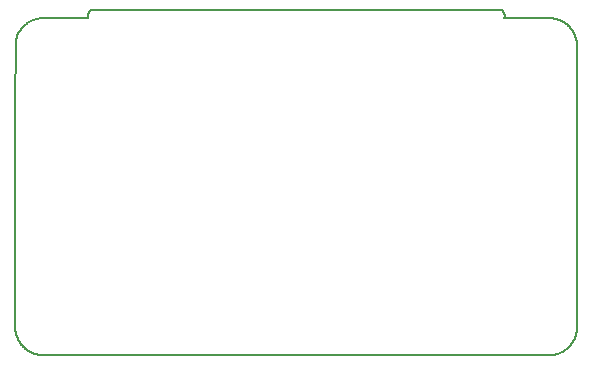
<source format=gko>
G04 #@! TF.GenerationSoftware,KiCad,Pcbnew,(5.1.0)-1*
G04 #@! TF.CreationDate,2019-07-19T02:45:30-06:00*
G04 #@! TF.ProjectId,theremini,74686572-656d-4696-9e69-2e6b69636164,rev?*
G04 #@! TF.SameCoordinates,PX7b85180PY1758900*
G04 #@! TF.FileFunction,Profile,NP*
%FSLAX46Y46*%
G04 Gerber Fmt 4.6, Leading zero omitted, Abs format (unit mm)*
G04 Created by KiCad (PCBNEW (5.1.0)-1) date 2019-07-19 02:45:30*
%MOMM*%
%LPD*%
G04 APERTURE LIST*
%ADD10C,0.200000*%
G04 APERTURE END LIST*
D10*
X909177Y-3269753D02*
X891331Y-8695685D01*
X48462070Y-8694027D02*
X48456063Y-3321013D01*
X42304561Y-903440D02*
X42300800Y-886891D01*
X42318644Y-1043720D02*
X42318646Y-1041953D01*
X42281250Y-821424D02*
X42275229Y-805240D01*
X42300800Y-886891D02*
X42296590Y-870415D01*
X42315141Y-970360D02*
X42313162Y-953521D01*
X42268752Y-789127D02*
X42261816Y-773088D01*
X42316677Y-987272D02*
X42315141Y-970360D01*
X36646577Y-526352D02*
X35558405Y-526352D01*
X20324004Y-526352D02*
X19235833Y-526352D01*
X31205719Y-526352D02*
X30117547Y-526352D01*
X42310741Y-936754D02*
X42307874Y-920061D01*
X42307874Y-920061D02*
X42304561Y-903440D01*
X42154911Y-601456D02*
X42142372Y-586290D01*
X42318647Y-1040194D02*
X42318647Y-1038444D01*
X42142372Y-586290D02*
X42129356Y-571196D01*
X42246567Y-741227D02*
X42238250Y-725406D01*
X42291929Y-854012D02*
X42286816Y-837682D01*
X37734749Y-526352D02*
X36646577Y-526352D01*
X39911093Y-526352D02*
X38822921Y-526352D01*
X42087438Y-526352D02*
X40999266Y-526352D01*
X42115863Y-556175D02*
X42101891Y-541227D01*
X42313162Y-953521D02*
X42310741Y-936754D01*
X42166975Y-616695D02*
X42154911Y-601456D01*
X21412176Y-526352D02*
X20324004Y-526352D01*
X42318647Y-1038444D02*
X42318429Y-1021314D01*
X42318641Y-1045495D02*
X42318644Y-1043720D01*
X27941204Y-526352D02*
X26853033Y-526352D01*
X34470234Y-526352D02*
X33382062Y-526352D01*
X42229470Y-709658D02*
X42220224Y-693982D01*
X42286816Y-837682D02*
X42281250Y-821424D01*
X42317772Y-1004257D02*
X42316677Y-987272D01*
X42254422Y-757121D02*
X42246567Y-741227D01*
X23588518Y-526352D02*
X22500347Y-526352D01*
X42210513Y-678379D02*
X42200333Y-662849D01*
X22500347Y-526352D02*
X21412176Y-526352D01*
X25764861Y-526352D02*
X24676690Y-526352D01*
X30117547Y-526352D02*
X29029376Y-526352D01*
X42318429Y-1021314D02*
X42317772Y-1004257D01*
X42261816Y-773088D02*
X42254422Y-757121D01*
X42200333Y-662849D02*
X42189685Y-647392D01*
X42275229Y-805240D02*
X42268752Y-789127D01*
X35558405Y-526352D02*
X34470234Y-526352D01*
X42318646Y-1041953D02*
X42318647Y-1040194D01*
X42220224Y-693982D02*
X42210513Y-678379D01*
X29029376Y-526352D02*
X27941204Y-526352D01*
X42178566Y-632007D02*
X42166975Y-616695D01*
X38822921Y-526352D02*
X37734749Y-526352D01*
X24676690Y-526352D02*
X23588518Y-526352D01*
X40999266Y-526352D02*
X39911093Y-526352D01*
X26853033Y-526352D02*
X25764861Y-526352D01*
X32293890Y-526352D02*
X31205719Y-526352D01*
X33382062Y-526352D02*
X32293890Y-526352D01*
X42101891Y-541227D02*
X42087438Y-526352D01*
X42129356Y-571196D02*
X42115863Y-556175D01*
X42296590Y-870415D02*
X42291929Y-854012D01*
X42238250Y-725406D02*
X42229470Y-709658D01*
X42189685Y-647392D02*
X42178566Y-632007D01*
X42315546Y-1095848D02*
X42315828Y-1094099D01*
X42312476Y-1129898D02*
X42312708Y-1128589D01*
X42318552Y-1056264D02*
X42318578Y-1054457D01*
X42317339Y-1081649D02*
X42317496Y-1079848D01*
X42314997Y-1110258D02*
X42315092Y-1108948D01*
X42318635Y-1047276D02*
X42318641Y-1045495D01*
X42318578Y-1054457D02*
X42318599Y-1052655D01*
X42317639Y-1078042D02*
X42317771Y-1076233D01*
X42314384Y-1116806D02*
X42314525Y-1115497D01*
X42318627Y-1049063D02*
X42318635Y-1047276D01*
X42318615Y-1050856D02*
X42318627Y-1049063D01*
X42318599Y-1052655D02*
X42318615Y-1050856D01*
X42318387Y-1063518D02*
X42318439Y-1061701D01*
X42313730Y-1122044D02*
X42313907Y-1120735D01*
X42318439Y-1061701D02*
X42318484Y-1059886D01*
X42315542Y-1097158D02*
X42315546Y-1095848D01*
X42315528Y-1098468D02*
X42315542Y-1097158D01*
X42311459Y-1135132D02*
X42311727Y-1133824D01*
X42315383Y-1103708D02*
X42315433Y-1102398D01*
X42314525Y-1115497D02*
X42314656Y-1114187D01*
X42311727Y-1133824D02*
X42311986Y-1132516D01*
X42315256Y-1106328D02*
X42315324Y-1105018D01*
X42316339Y-1090577D02*
X42316570Y-1088804D01*
X42315179Y-1107638D02*
X42315256Y-1106328D01*
X42313543Y-1123353D02*
X42313730Y-1122044D01*
X42313144Y-1125972D02*
X42313348Y-1124662D01*
X42312708Y-1128589D02*
X42312930Y-1127281D01*
X42312235Y-1131207D02*
X42312476Y-1129898D01*
X42311182Y-1136441D02*
X42311459Y-1135132D01*
X42318521Y-1058074D02*
X42318552Y-1056264D01*
X42318484Y-1059886D02*
X42318521Y-1058074D01*
X42318328Y-1065336D02*
X42318387Y-1063518D01*
X42318259Y-1067154D02*
X42318328Y-1065336D01*
X42318182Y-1068972D02*
X42318259Y-1067154D01*
X42318095Y-1070790D02*
X42318182Y-1068972D01*
X42316570Y-1088804D02*
X42316785Y-1087024D01*
X42314075Y-1119425D02*
X42314234Y-1118116D01*
X42310247Y-1142410D02*
X42310421Y-1141244D01*
X42317998Y-1072606D02*
X42318095Y-1070790D01*
X42316984Y-1085238D02*
X42317169Y-1083446D01*
X42317890Y-1074420D02*
X42317998Y-1072606D01*
X42310421Y-1141244D02*
X42310587Y-1140078D01*
X42314892Y-1111568D02*
X42314997Y-1110258D01*
X42317771Y-1076233D02*
X42317890Y-1074420D01*
X42316785Y-1087024D02*
X42316984Y-1085238D01*
X42310587Y-1140078D02*
X42310746Y-1138913D01*
X42317496Y-1079848D02*
X42317639Y-1078042D01*
X42317169Y-1083446D02*
X42317339Y-1081649D01*
X42316092Y-1092342D02*
X42316339Y-1090577D01*
X42315506Y-1099778D02*
X42315528Y-1098468D01*
X42315324Y-1105018D02*
X42315383Y-1103708D01*
X42315474Y-1101088D02*
X42315506Y-1099778D01*
X42314656Y-1114187D02*
X42314779Y-1112877D01*
X42310896Y-1137749D02*
X42311182Y-1136441D01*
X42313907Y-1120735D02*
X42314075Y-1119425D01*
X42315828Y-1094099D02*
X42316092Y-1092342D01*
X42315092Y-1108948D02*
X42315179Y-1107638D01*
X42313348Y-1124662D02*
X42313543Y-1123353D01*
X42315433Y-1102398D02*
X42315474Y-1101088D01*
X42314779Y-1112877D02*
X42314892Y-1111568D01*
X42312930Y-1127281D02*
X42313144Y-1125972D01*
X42314234Y-1118116D02*
X42314384Y-1116806D01*
X42311986Y-1132516D02*
X42312235Y-1131207D01*
X42310746Y-1138913D02*
X42310896Y-1137749D01*
X19235833Y-526352D02*
X18147661Y-526352D01*
X10530458Y-526352D02*
X9442286Y-526352D01*
X7234322Y-560398D02*
X7230944Y-564181D01*
X7251617Y-541483D02*
X7248103Y-545266D01*
X18147661Y-526352D02*
X17059489Y-526352D01*
X7214465Y-583095D02*
X7211251Y-586878D01*
X7255157Y-537701D02*
X7251617Y-541483D01*
X17059489Y-526352D02*
X15971318Y-526352D01*
X7142311Y-679811D02*
X7140271Y-683091D01*
X7128450Y-702887D02*
X7126557Y-706203D01*
X7140271Y-683091D02*
X7138250Y-686377D01*
X7244617Y-549049D02*
X7241158Y-552832D01*
X7241158Y-552832D02*
X7237726Y-556615D01*
X7150638Y-666756D02*
X7148533Y-670009D01*
X8354114Y-526352D02*
X7265942Y-526352D01*
X7152757Y-663511D02*
X7150638Y-666756D01*
X7174809Y-632272D02*
X7171950Y-636055D01*
X7204904Y-594444D02*
X7201772Y-598227D01*
X7227594Y-567964D02*
X7224271Y-571746D01*
X7195589Y-605792D02*
X7192539Y-609575D01*
X7171950Y-636055D02*
X7169118Y-639838D01*
X7157035Y-657043D02*
X7154889Y-660273D01*
X7198667Y-602009D02*
X7195589Y-605792D01*
X7161359Y-650608D02*
X7159191Y-653821D01*
X7248103Y-545266D02*
X7244617Y-549049D01*
X7166313Y-643621D02*
X7163536Y-647404D01*
X7177696Y-628490D02*
X7174809Y-632272D01*
X7265942Y-526352D02*
X7262320Y-530135D01*
X11618630Y-526352D02*
X10530458Y-526352D01*
X13794974Y-526352D02*
X12706802Y-526352D01*
X7122846Y-712847D02*
X7121029Y-716174D01*
X7189515Y-613358D02*
X7186519Y-617141D01*
X7224271Y-571746D02*
X7220975Y-575529D01*
X7258725Y-533918D02*
X7255157Y-537701D01*
X7208064Y-590661D02*
X7204904Y-594444D01*
X12706802Y-526352D02*
X11618630Y-526352D01*
X7124689Y-709523D02*
X7122846Y-712847D01*
X7146443Y-673270D02*
X7144368Y-676537D01*
X7126557Y-706203D02*
X7124689Y-709523D01*
X7134266Y-692966D02*
X7132305Y-696268D01*
X7192539Y-609575D02*
X7189515Y-613358D01*
X7211251Y-586878D02*
X7208064Y-590661D01*
X7262320Y-530135D02*
X7258725Y-533918D01*
X14883146Y-526352D02*
X13794974Y-526352D01*
X7186519Y-617141D02*
X7183551Y-620924D01*
X7217706Y-579312D02*
X7214465Y-583095D01*
X7130366Y-699576D02*
X7128450Y-702887D01*
X9442286Y-526352D02*
X8354114Y-526352D01*
X7132305Y-696268D02*
X7130366Y-699576D01*
X7136248Y-689669D02*
X7134266Y-692966D01*
X15971318Y-526352D02*
X14883146Y-526352D01*
X7138250Y-686377D02*
X7136248Y-689669D01*
X7144368Y-676537D02*
X7142311Y-679811D01*
X7180610Y-624707D02*
X7177696Y-628490D01*
X7148533Y-670009D02*
X7146443Y-673270D01*
X7154889Y-660273D02*
X7152757Y-663511D01*
X7159191Y-653821D02*
X7157035Y-657043D01*
X7163536Y-647404D02*
X7161359Y-650608D01*
X7169118Y-639838D02*
X7166313Y-643621D01*
X7183551Y-620924D02*
X7180610Y-624707D01*
X7201772Y-598227D02*
X7198667Y-602009D01*
X7230944Y-564181D02*
X7227594Y-567964D01*
X7220975Y-575529D02*
X7217706Y-579312D01*
X7237726Y-556615D02*
X7234322Y-560398D01*
X46792061Y-29651575D02*
X46807237Y-29646498D01*
X47235969Y-29455527D02*
X47309203Y-29414068D01*
X47309203Y-29414068D02*
X47380264Y-29370802D01*
X46589863Y-29705640D02*
X46605637Y-29702046D01*
X48061836Y-28709777D02*
X48104233Y-28642794D01*
X48251406Y-28356414D02*
X48282574Y-28280194D01*
X48217984Y-28430781D02*
X48251406Y-28356414D01*
X48182311Y-28503299D02*
X48217984Y-28430781D01*
X48144393Y-28573969D02*
X48182311Y-28503299D01*
X48104233Y-28642794D02*
X48144393Y-28573969D01*
X46807237Y-29646498D02*
X46822339Y-29641247D01*
X48017207Y-28774920D02*
X48061836Y-28709777D01*
X47642685Y-29179623D02*
X47702812Y-29127287D01*
X46621389Y-29698390D02*
X46637115Y-29694663D01*
X47580362Y-29230141D02*
X47642685Y-29179623D01*
X46463346Y-29733135D02*
X46479155Y-29729740D01*
X46684096Y-29682965D02*
X46699677Y-29678866D01*
X46652811Y-29690855D02*
X46668472Y-29686958D01*
X46447551Y-29736543D02*
X46463346Y-29733135D01*
X47970351Y-28838226D02*
X48017207Y-28774920D01*
X47921271Y-28899697D02*
X47970351Y-28838226D01*
X47816461Y-29017146D02*
X47869973Y-28959336D01*
X46558264Y-29712670D02*
X46574070Y-29709178D01*
X47760739Y-29073129D02*
X47816461Y-29017146D01*
X47160567Y-29495182D02*
X47235969Y-29455527D01*
X46761504Y-29661242D02*
X46776815Y-29656487D01*
X47869973Y-28959336D02*
X47921271Y-28899697D01*
X46494974Y-29726350D02*
X46510798Y-29722957D01*
X46921394Y-29603349D02*
X47003275Y-29569091D01*
X46746130Y-29665849D02*
X46761504Y-29661242D01*
X47702812Y-29127287D02*
X47760739Y-29073129D01*
X46699677Y-29678866D02*
X46715213Y-29674652D01*
X47083001Y-29533036D02*
X47160567Y-29495182D01*
X46479155Y-29729740D02*
X46494974Y-29726350D01*
X46416016Y-29743435D02*
X46431773Y-29739974D01*
X46822339Y-29641247D02*
X46837363Y-29635814D01*
X46715213Y-29674652D02*
X46730698Y-29670316D01*
X46510798Y-29722957D02*
X46526623Y-29719551D01*
X47515848Y-29278841D02*
X47580362Y-29230141D01*
X47449147Y-29325727D02*
X47515848Y-29278841D01*
X46837363Y-29635814D02*
X46921394Y-29603349D01*
X46730698Y-29670316D02*
X46746130Y-29665849D01*
X46542447Y-29716125D02*
X46558264Y-29712670D01*
X47380264Y-29370802D02*
X47449147Y-29325727D01*
X46668472Y-29686958D02*
X46684096Y-29682965D01*
X47003275Y-29569091D02*
X47083001Y-29533036D01*
X46776815Y-29656487D02*
X46792061Y-29651575D01*
X46431773Y-29739974D02*
X46447551Y-29736543D01*
X46637115Y-29694663D02*
X46652811Y-29690855D01*
X46574070Y-29709178D02*
X46589863Y-29705640D01*
X46605637Y-29702046D02*
X46621389Y-29698390D01*
X46526623Y-29719551D02*
X46542447Y-29716125D01*
X13846192Y-29761496D02*
X15200005Y-29761496D01*
X2987213Y-29749344D02*
X2989417Y-29750289D01*
X34153387Y-29761496D02*
X35507200Y-29761496D01*
X3004768Y-29756949D02*
X3006953Y-29757883D01*
X15200005Y-29761496D02*
X16553819Y-29761496D01*
X46368916Y-29754086D02*
X46384584Y-29750482D01*
X32799575Y-29761496D02*
X34153387Y-29761496D01*
X16553819Y-29761496D02*
X17907632Y-29761496D01*
X3009137Y-29758806D02*
X3011320Y-29759718D01*
X46400285Y-29746935D02*
X46416016Y-29743435D01*
X46384584Y-29750482D02*
X46400285Y-29746935D01*
X36861012Y-29761496D02*
X38214824Y-29761496D01*
X38214824Y-29761496D02*
X39568636Y-29761496D01*
X9784752Y-29761496D02*
X11138565Y-29761496D01*
X27384324Y-29761496D02*
X28738137Y-29761496D01*
X43630072Y-29761496D02*
X44983884Y-29761496D01*
X2982793Y-29747479D02*
X2985005Y-29748407D01*
X11138565Y-29761496D02*
X12492379Y-29761496D01*
X2973900Y-29743906D02*
X2976130Y-29744775D01*
X46353285Y-29757754D02*
X46368916Y-29754086D01*
X2985005Y-29748407D02*
X2987213Y-29749344D01*
X2969422Y-29742228D02*
X2971663Y-29743056D01*
X35507200Y-29761496D02*
X36861012Y-29761496D01*
X2993816Y-29752193D02*
X2996011Y-29753149D01*
X2964920Y-29740646D02*
X2967174Y-29741424D01*
X2967174Y-29741424D02*
X2969422Y-29742228D01*
X46337695Y-29761496D02*
X46353285Y-29757754D01*
X28738137Y-29761496D02*
X30091949Y-29761496D01*
X23322885Y-29761496D02*
X24676698Y-29761496D01*
X20615259Y-29761496D02*
X21969072Y-29761496D01*
X44983884Y-29761496D02*
X46337695Y-29761496D01*
X42276260Y-29761496D02*
X43630072Y-29761496D01*
X31445762Y-29761496D02*
X32799575Y-29761496D01*
X2960392Y-29739173D02*
X2962659Y-29739895D01*
X40922448Y-29761496D02*
X42276260Y-29761496D01*
X21969072Y-29761496D02*
X23322885Y-29761496D01*
X39568636Y-29761496D02*
X40922448Y-29761496D01*
X2996011Y-29753149D02*
X2998203Y-29754104D01*
X3000393Y-29755057D02*
X3002581Y-29756006D01*
X2955836Y-29737827D02*
X2958118Y-29738483D01*
X12492379Y-29761496D02*
X13846192Y-29761496D01*
X30091949Y-29761496D02*
X31445762Y-29761496D01*
X19261445Y-29761496D02*
X20615259Y-29761496D01*
X3011320Y-29759718D02*
X3013502Y-29760615D01*
X26030511Y-29761496D02*
X27384324Y-29761496D01*
X2998203Y-29754104D02*
X3000393Y-29755057D01*
X17907632Y-29761496D02*
X19261445Y-29761496D01*
X4369498Y-29761496D02*
X5723311Y-29761496D01*
X3015684Y-29761496D02*
X4369498Y-29761496D01*
X3013502Y-29760615D02*
X3015684Y-29761496D01*
X2971663Y-29743056D02*
X2973900Y-29743906D01*
X3006953Y-29757883D02*
X3009137Y-29758806D01*
X2962659Y-29739895D02*
X2964920Y-29740646D01*
X2980577Y-29746563D02*
X2982793Y-29747479D01*
X2978356Y-29745661D02*
X2980577Y-29746563D01*
X24676698Y-29761496D02*
X26030511Y-29761496D01*
X2989417Y-29750289D02*
X2991618Y-29751239D01*
X3002581Y-29756006D02*
X3004768Y-29756949D01*
X2958118Y-29738483D02*
X2960392Y-29739173D01*
X8430938Y-29761496D02*
X9784752Y-29761496D01*
X2991618Y-29751239D02*
X2993816Y-29752193D01*
X2976130Y-29744775D02*
X2978356Y-29745661D01*
X7077125Y-29761496D02*
X8430938Y-29761496D01*
X5723311Y-29761496D02*
X7077125Y-29761496D01*
X1930940Y-29353737D02*
X1997737Y-29396423D01*
X912833Y-27729038D02*
X916251Y-27744384D01*
X1274033Y-28668881D02*
X1318588Y-28738093D01*
X1114306Y-28370032D02*
X1151465Y-28448041D01*
X964992Y-27958424D02*
X968854Y-27973564D01*
X2953546Y-29737206D02*
X2955836Y-29737827D01*
X2951249Y-29736623D02*
X2953546Y-29737206D01*
X1003774Y-28093347D02*
X1008760Y-28108118D01*
X946799Y-27882323D02*
X950315Y-27897589D01*
X2948943Y-29736080D02*
X2951249Y-29736623D01*
X2944306Y-29735119D02*
X2946629Y-29735578D01*
X2136901Y-29475135D02*
X2209270Y-29511158D01*
X1624795Y-29107060D02*
X1682314Y-29160824D01*
X2855188Y-29719162D02*
X2944306Y-29735119D01*
X2682540Y-29680544D02*
X2767933Y-29700970D01*
X2767933Y-29700970D02*
X2855188Y-29719162D01*
X2599010Y-29657886D02*
X2682540Y-29680544D01*
X1190472Y-28523854D02*
X1231328Y-28597467D01*
X1008760Y-28108118D02*
X1013912Y-28122836D01*
X909380Y-27713698D02*
X912833Y-27729038D01*
X950315Y-27897589D02*
X953884Y-27912834D01*
X2517341Y-29632997D02*
X2599010Y-29657886D01*
X2437533Y-29605878D02*
X2517341Y-29632997D01*
X2359586Y-29576531D02*
X2437533Y-29605878D01*
X972810Y-27988673D02*
X976866Y-28003747D01*
X923018Y-27775079D02*
X926382Y-27790425D01*
X2283499Y-29544957D02*
X2359586Y-29576531D01*
X1682314Y-29160824D02*
X1741688Y-29212375D01*
X916251Y-27744384D02*
X919643Y-27759732D01*
X1413249Y-28869908D02*
X1463357Y-28932508D01*
X2209270Y-29511158D02*
X2283499Y-29544957D01*
X2066390Y-29436890D02*
X2136901Y-29475135D01*
X1997737Y-29396423D02*
X2066390Y-29436890D01*
X1802916Y-29261711D02*
X1866000Y-29308833D01*
X1741688Y-29212375D02*
X1802916Y-29261711D01*
X1569129Y-29051085D02*
X1624795Y-29107060D01*
X994262Y-28063657D02*
X998944Y-28078526D01*
X939896Y-27851739D02*
X943329Y-27867039D01*
X1515317Y-28992901D02*
X1569129Y-29051085D01*
X1078994Y-28289827D02*
X1114306Y-28370032D01*
X989722Y-28048742D02*
X994262Y-28063657D01*
X961215Y-27943254D02*
X964992Y-27958424D01*
X936493Y-27836425D02*
X939896Y-27851739D01*
X976866Y-28003747D02*
X981032Y-28018785D01*
X926382Y-27790425D02*
X929744Y-27805766D01*
X1866000Y-29308833D02*
X1930940Y-29353737D01*
X1463357Y-28932508D02*
X1515317Y-28992901D01*
X1364993Y-28805103D02*
X1413249Y-28869908D01*
X1318588Y-28738093D02*
X1364993Y-28805103D01*
X981032Y-28018785D02*
X985315Y-28033784D01*
X929744Y-27805766D02*
X933112Y-27821100D01*
X1231328Y-28597467D02*
X1274033Y-28668881D01*
X1013912Y-28122836D02*
X1045530Y-28207428D01*
X953884Y-27912834D02*
X957515Y-27928056D01*
X1151465Y-28448041D02*
X1190472Y-28523854D01*
X985315Y-28033784D02*
X989722Y-28048742D01*
X968854Y-27973564D02*
X972810Y-27988673D01*
X933112Y-27821100D02*
X936493Y-27836425D01*
X1045530Y-28207428D02*
X1078994Y-28289827D01*
X957515Y-27928056D02*
X961215Y-27943254D01*
X919643Y-27759732D02*
X923018Y-27775079D01*
X998944Y-28078526D02*
X1003774Y-28093347D01*
X943329Y-27867039D02*
X946799Y-27882323D01*
X2946629Y-29735578D02*
X2948943Y-29736080D01*
X48456063Y-3321013D02*
X48456063Y-3321013D01*
X48462070Y-9877983D02*
X48462070Y-9286004D01*
X48462070Y-11061944D02*
X48462070Y-10469963D01*
X48462070Y-9286004D02*
X48462070Y-8694027D01*
X48462070Y-12837895D02*
X48462070Y-12245911D01*
X48462070Y-11653927D02*
X48462070Y-11061944D01*
X48462070Y-12245911D02*
X48462070Y-11653927D01*
X48462070Y-10469963D02*
X48462070Y-9877983D01*
X48442491Y-27676060D02*
X48443230Y-27674249D01*
X48462070Y-23493506D02*
X48462070Y-22901544D01*
X48462070Y-27045207D02*
X48462070Y-26453267D01*
X48462070Y-21125639D02*
X48462070Y-20533666D01*
X48462070Y-17573772D02*
X48462070Y-16981790D01*
X48462070Y-24085466D02*
X48462070Y-23493506D01*
X48462070Y-26453267D02*
X48462070Y-25861322D01*
X48449101Y-27661717D02*
X48450012Y-27659946D01*
X48460289Y-27640635D02*
X48461188Y-27638888D01*
X48447321Y-27665274D02*
X48448203Y-27663493D01*
X48459377Y-27642382D02*
X48460289Y-27640635D01*
X48458454Y-27644130D02*
X48459377Y-27642382D01*
X48338125Y-28122186D02*
X48362500Y-28040393D01*
X48362500Y-28040393D02*
X48384602Y-27956737D01*
X48444794Y-27670643D02*
X48445614Y-27668848D01*
X48440474Y-27681534D02*
X48441111Y-27679703D01*
X48441111Y-27679703D02*
X48441784Y-27677878D01*
X48443998Y-27672443D02*
X48444794Y-27670643D01*
X48438335Y-27688933D02*
X48438804Y-27687072D01*
X48455639Y-27649381D02*
X48456583Y-27647629D01*
X48282574Y-28280194D02*
X48311481Y-28202119D01*
X48454694Y-27651135D02*
X48455639Y-27649381D01*
X48451866Y-27656412D02*
X48452805Y-27654651D01*
X48446458Y-27667058D02*
X48447321Y-27665274D01*
X48445614Y-27668848D02*
X48446458Y-27667058D01*
X48437542Y-27692681D02*
X48437914Y-27690803D01*
X48462070Y-13429880D02*
X48462070Y-12837895D01*
X48462070Y-14021865D02*
X48462070Y-13429880D01*
X48462070Y-15797821D02*
X48462070Y-15205836D01*
X48441784Y-27677878D02*
X48442491Y-27676060D01*
X48462070Y-15205836D02*
X48462070Y-14613851D01*
X48462070Y-16981790D02*
X48462070Y-16389806D01*
X48462070Y-25861322D02*
X48462070Y-25269374D01*
X48439876Y-27683372D02*
X48440474Y-27681534D01*
X48462070Y-18165754D02*
X48462070Y-17573772D01*
X48462070Y-22901544D02*
X48462070Y-22309579D01*
X48462070Y-22309579D02*
X48462070Y-21717610D01*
X48456583Y-27647629D02*
X48457522Y-27645879D01*
X48453748Y-27652892D02*
X48454694Y-27651135D01*
X48462070Y-25269374D02*
X48462070Y-24677422D01*
X48452805Y-27654651D02*
X48453748Y-27652892D01*
X48450935Y-27658177D02*
X48451866Y-27656412D01*
X48437223Y-27694568D02*
X48437542Y-27692681D01*
X48404426Y-27871216D02*
X48421968Y-27783827D01*
X48438804Y-27687072D02*
X48439319Y-27685218D01*
X48439319Y-27685218D02*
X48439876Y-27683372D01*
X48448203Y-27663493D02*
X48449101Y-27661717D01*
X48384602Y-27956737D02*
X48404426Y-27871216D01*
X48462070Y-18757734D02*
X48462070Y-18165754D01*
X48462070Y-19349714D02*
X48462070Y-18757734D01*
X48462070Y-19941691D02*
X48462070Y-19349714D01*
X48462070Y-27637142D02*
X48462070Y-27045207D01*
X48443230Y-27674249D02*
X48443998Y-27672443D01*
X48421968Y-27783827D02*
X48437223Y-27694568D01*
X48450012Y-27659946D02*
X48450935Y-27658177D01*
X48462070Y-21717610D02*
X48462070Y-21125639D01*
X48437914Y-27690803D02*
X48438335Y-27688933D01*
X48461188Y-27638888D02*
X48462070Y-27637142D01*
X48462070Y-24677422D02*
X48462070Y-24085466D01*
X48462070Y-14613851D02*
X48462070Y-14021865D01*
X48462070Y-16389806D02*
X48462070Y-15797821D01*
X48462070Y-20533666D02*
X48462070Y-19941691D01*
X48457522Y-27645879D02*
X48458454Y-27644130D01*
X48311481Y-28202119D02*
X48338125Y-28122186D01*
X891295Y-8695685D02*
X891296Y-8695685D01*
X891293Y-8695685D02*
X891295Y-8695685D01*
X891290Y-8695685D02*
X891291Y-8695685D01*
X891288Y-8695685D02*
X891290Y-8695685D01*
X891291Y-8695685D02*
X891293Y-8695685D01*
X891324Y-8695685D02*
X891325Y-8695685D01*
X891299Y-8695685D02*
X891300Y-8695685D01*
X891331Y-15206918D02*
X891331Y-15798851D01*
X891308Y-8695685D02*
X891309Y-8695685D01*
X891325Y-8695685D02*
X891327Y-8695685D01*
X891331Y-21718121D02*
X891331Y-22310037D01*
X891331Y-14614985D02*
X891331Y-15206918D01*
X891327Y-8695685D02*
X891329Y-8695685D01*
X891310Y-8695685D02*
X891311Y-8695685D01*
X905886Y-27698364D02*
X909380Y-27713698D01*
X902342Y-27683039D02*
X905886Y-27698364D01*
X891331Y-16390783D02*
X891331Y-16982715D01*
X891331Y-16982715D02*
X891331Y-17574645D01*
X891319Y-8695685D02*
X891321Y-8695685D01*
X891331Y-12247254D02*
X891331Y-12839186D01*
X898740Y-27667725D02*
X902342Y-27683039D01*
X891296Y-8695685D02*
X891298Y-8695685D01*
X891321Y-8695685D02*
X891322Y-8695685D01*
X891331Y-19350431D02*
X891331Y-19942356D01*
X891331Y-25269577D02*
X891331Y-25861474D01*
X891298Y-8695685D02*
X891299Y-8695685D01*
X895072Y-27652426D02*
X898740Y-27667725D01*
X891331Y-24677675D02*
X891331Y-25269577D01*
X891331Y-15798851D02*
X891331Y-16390783D01*
X891303Y-8695685D02*
X891304Y-8695685D01*
X891331Y-27637142D02*
X895072Y-27652426D01*
X891331Y-27045257D02*
X891331Y-27637142D01*
X891331Y-12839186D02*
X891331Y-13431118D01*
X891331Y-10471463D02*
X891331Y-11063392D01*
X891331Y-9287610D02*
X891331Y-9879536D01*
X891331Y-26453368D02*
X891331Y-27045257D01*
X891331Y-25861474D02*
X891331Y-26453368D01*
X891331Y-19942356D02*
X891331Y-20534280D01*
X891331Y-14023051D02*
X891331Y-14614985D01*
X891331Y-24085771D02*
X891331Y-24677675D01*
X891331Y-9879536D02*
X891331Y-10471463D01*
X891331Y-23493863D02*
X891331Y-24085771D01*
X891304Y-8695685D02*
X891305Y-8695685D01*
X891331Y-22901951D02*
X891331Y-23493863D01*
X891306Y-8695685D02*
X891307Y-8695685D01*
X891322Y-8695685D02*
X891324Y-8695685D01*
X891331Y-13431118D02*
X891331Y-14023051D01*
X891331Y-8695685D02*
X891331Y-9287610D01*
X891311Y-8695685D02*
X891312Y-8695685D01*
X891331Y-21126201D02*
X891331Y-21718121D01*
X891305Y-8695685D02*
X891306Y-8695685D01*
X891331Y-22310037D02*
X891331Y-22901951D01*
X891331Y-11655323D02*
X891331Y-12247254D01*
X891329Y-8695685D02*
X891331Y-8695685D01*
X891312Y-8695685D02*
X891313Y-8695685D01*
X891314Y-8695685D02*
X891316Y-8695685D01*
X891313Y-8695685D02*
X891314Y-8695685D01*
X891331Y-20534280D02*
X891331Y-21126201D01*
X891331Y-18758503D02*
X891331Y-19350431D01*
X891309Y-8695685D02*
X891310Y-8695685D01*
X891331Y-18166575D02*
X891331Y-18758503D01*
X891300Y-8695685D02*
X891302Y-8695685D01*
X891331Y-17574645D02*
X891331Y-18166575D01*
X891307Y-8695685D02*
X891308Y-8695685D01*
X891331Y-11063392D02*
X891331Y-11655323D01*
X891318Y-8695685D02*
X891319Y-8695685D01*
X891302Y-8695685D02*
X891303Y-8695685D01*
X891317Y-8695685D02*
X891318Y-8695685D01*
X891316Y-8695685D02*
X891317Y-8695685D01*
X42303507Y-1182370D02*
X42303800Y-1180915D01*
X42299499Y-1201279D02*
X42299828Y-1199825D01*
X42308867Y-1150618D02*
X42309078Y-1149438D01*
X42304382Y-1178004D02*
X42304673Y-1176549D01*
X42299828Y-1199825D02*
X42300153Y-1198371D01*
X42304673Y-1176549D02*
X42304823Y-1175244D01*
X42305322Y-1171379D02*
X42305503Y-1170108D01*
X42302323Y-1188189D02*
X42302622Y-1186734D01*
X42295089Y-1218735D02*
X42295495Y-1217280D01*
X42309878Y-1144745D02*
X42310066Y-1143577D01*
X42298130Y-1207097D02*
X42298481Y-1205643D01*
X42310066Y-1143577D02*
X42310247Y-1142410D01*
X42309685Y-1145915D02*
X42309878Y-1144745D01*
X42309487Y-1147088D02*
X42309685Y-1145915D01*
X42298481Y-1205643D02*
X42298825Y-1204188D01*
X42304091Y-1179460D02*
X42304382Y-1178004D01*
X42306491Y-1163860D02*
X42306701Y-1162631D01*
X42309284Y-1148262D02*
X42309487Y-1147088D01*
X42309078Y-1149438D02*
X42309284Y-1148262D01*
X42306284Y-1165096D02*
X42306491Y-1163860D01*
X42302622Y-1186734D02*
X42302919Y-1185280D01*
X42305503Y-1170108D02*
X42305690Y-1168844D01*
X42301412Y-1192553D02*
X42301719Y-1191098D01*
X42300790Y-1195462D02*
X42301103Y-1194007D01*
X42307565Y-1157770D02*
X42307784Y-1156568D01*
X42303214Y-1183825D02*
X42303507Y-1182370D01*
X42308654Y-1151801D02*
X42308867Y-1150618D01*
X42308439Y-1152987D02*
X42308654Y-1151801D01*
X42308003Y-1155370D02*
X42308221Y-1154176D01*
X42301103Y-1194007D02*
X42301412Y-1192553D01*
X42308221Y-1154176D02*
X42308439Y-1152987D01*
X42305883Y-1167588D02*
X42306081Y-1166338D01*
X42302919Y-1185280D02*
X42303214Y-1183825D01*
X42307784Y-1156568D02*
X42308003Y-1155370D01*
X42298825Y-1204188D02*
X42299165Y-1202734D01*
X42300474Y-1196916D02*
X42300790Y-1195462D01*
X42307347Y-1158977D02*
X42307565Y-1157770D01*
X42302022Y-1189644D02*
X42302323Y-1188189D01*
X42306914Y-1161407D02*
X42307130Y-1160190D01*
X42295495Y-1217280D02*
X42295893Y-1215825D01*
X42307130Y-1160190D02*
X42307347Y-1158977D01*
X42306701Y-1162631D02*
X42306914Y-1161407D01*
X42300153Y-1198371D02*
X42300474Y-1196916D01*
X42305148Y-1172659D02*
X42305322Y-1171379D01*
X42295893Y-1215825D02*
X42296284Y-1214370D01*
X42296667Y-1212916D02*
X42297042Y-1211461D01*
X42296284Y-1214370D02*
X42296667Y-1212916D01*
X42306081Y-1166338D02*
X42306284Y-1165096D01*
X42305690Y-1168844D02*
X42305883Y-1167588D01*
X42304981Y-1173947D02*
X42305148Y-1172659D01*
X42304823Y-1175244D02*
X42304981Y-1173947D01*
X42303800Y-1180915D02*
X42304091Y-1179460D01*
X42297774Y-1208552D02*
X42298130Y-1207097D01*
X42301719Y-1191098D02*
X42302022Y-1189644D01*
X42299165Y-1202734D02*
X42299499Y-1201279D01*
X42297412Y-1210006D02*
X42297774Y-1208552D01*
X42297042Y-1211461D02*
X42297412Y-1210006D01*
X46709194Y-1302437D02*
X46624209Y-1282969D01*
X45250648Y-1224312D02*
X45132375Y-1224264D01*
X47656381Y-1804331D02*
X47594032Y-1749518D01*
X42294252Y-1221646D02*
X42294675Y-1220190D01*
X47888006Y-2050158D02*
X47832775Y-1984730D01*
X46359015Y-1241230D02*
X46267220Y-1232898D01*
X46267220Y-1232898D02*
X46173733Y-1227369D01*
X42293821Y-1223101D02*
X42294252Y-1221646D01*
X48137202Y-2416662D02*
X48090972Y-2338138D01*
X42412094Y-1223149D02*
X42293821Y-1223101D01*
X42530367Y-1223198D02*
X42412094Y-1223149D01*
X46449115Y-1252358D02*
X46359015Y-1241230D01*
X47182954Y-1477038D02*
X47108321Y-1441096D01*
X43240006Y-1223489D02*
X43121732Y-1223440D01*
X45723740Y-1224506D02*
X45605467Y-1224457D01*
X43358279Y-1223537D02*
X43240006Y-1223489D01*
X43831371Y-1223731D02*
X43713098Y-1223682D01*
X45132375Y-1224264D02*
X45014102Y-1224215D01*
X47775758Y-1921945D02*
X47716958Y-1861809D01*
X47464031Y-1647918D02*
X47396389Y-1601146D01*
X48090972Y-2338138D02*
X48042933Y-2262218D01*
X44067917Y-1223828D02*
X43949644Y-1223779D01*
X42648640Y-1223246D02*
X42530367Y-1223198D01*
X42766913Y-1223295D02*
X42648640Y-1223246D01*
X44304463Y-1223925D02*
X44186190Y-1223876D01*
X44186190Y-1223876D02*
X44067917Y-1223828D01*
X43003459Y-1223392D02*
X42885186Y-1223343D01*
X43476552Y-1223585D02*
X43358279Y-1223537D01*
X47108321Y-1441096D02*
X47031950Y-1407880D01*
X47396389Y-1601146D02*
X47326993Y-1557071D01*
X46078560Y-1224651D02*
X45960287Y-1224603D01*
X43594825Y-1223634D02*
X43476552Y-1223585D01*
X45368921Y-1224361D02*
X45250648Y-1224312D01*
X44541009Y-1224021D02*
X44422736Y-1223973D01*
X45605467Y-1224457D02*
X45487194Y-1224409D01*
X43949644Y-1223779D02*
X43831371Y-1223731D01*
X47255846Y-1515699D02*
X47182954Y-1477038D01*
X45014102Y-1224215D02*
X44895829Y-1224167D01*
X47031950Y-1407880D02*
X46953848Y-1377399D01*
X44777556Y-1224118D02*
X44659283Y-1224070D01*
X46953848Y-1377399D02*
X46874018Y-1349659D01*
X47326993Y-1557071D02*
X47255846Y-1515699D01*
X47941445Y-2118220D02*
X47888006Y-2050158D01*
X44422736Y-1223973D02*
X44304463Y-1223925D01*
X47529913Y-1697377D02*
X47464031Y-1647918D01*
X45487194Y-1224409D02*
X45368921Y-1224361D01*
X45842013Y-1224554D02*
X45723740Y-1224506D01*
X46874018Y-1349659D02*
X46792466Y-1324669D01*
X45960287Y-1224603D02*
X45842013Y-1224554D01*
X46173733Y-1227369D02*
X46078560Y-1224651D01*
X46537514Y-1266273D02*
X46449115Y-1252358D01*
X46624209Y-1282969D02*
X46537514Y-1266273D01*
X46792466Y-1324669D02*
X46709194Y-1302437D01*
X48042933Y-2262218D02*
X47993089Y-2188910D01*
X47594032Y-1749518D02*
X47529913Y-1697377D01*
X47716958Y-1861809D02*
X47656381Y-1804331D01*
X47832775Y-1984730D02*
X47775758Y-1921945D01*
X44659283Y-1224070D02*
X44541009Y-1224021D01*
X44895829Y-1224167D02*
X44777556Y-1224118D01*
X47993089Y-2188910D02*
X47941445Y-2118220D01*
X42885186Y-1223343D02*
X42766913Y-1223295D01*
X43713098Y-1223682D02*
X43594825Y-1223634D01*
X42294675Y-1220190D02*
X42295089Y-1218735D01*
X43121732Y-1223440D02*
X43003459Y-1223392D01*
X48318933Y-2804915D02*
X48312006Y-2784956D01*
X48325639Y-2824980D02*
X48318933Y-2804915D01*
X48338437Y-2865400D02*
X48332135Y-2845144D01*
X48398905Y-3092415D02*
X48393824Y-3071580D01*
X48344559Y-2885741D02*
X48338437Y-2865400D01*
X48350514Y-2906162D02*
X48344559Y-2885741D01*
X48372945Y-2988502D02*
X48367517Y-2967832D01*
X48378275Y-3009219D02*
X48372945Y-2988502D01*
X48393824Y-3071580D02*
X48388701Y-3050764D01*
X48434491Y-3238257D02*
X48429308Y-3217469D01*
X48419097Y-3175820D02*
X48414042Y-3154972D01*
X48383522Y-3029975D02*
X48378275Y-3009219D01*
X48388701Y-3050764D02*
X48383522Y-3029975D01*
X48429308Y-3217469D02*
X48424182Y-3196654D01*
X48424182Y-3196654D02*
X48419097Y-3175820D01*
X48409000Y-3134117D02*
X48403959Y-3113263D01*
X48414042Y-3154972D02*
X48409000Y-3134117D01*
X48450516Y-3300397D02*
X48445081Y-3279728D01*
X48224215Y-2581491D02*
X48181618Y-2497782D01*
X48181618Y-2497782D02*
X48137202Y-2416662D01*
X48264989Y-2667780D02*
X48224215Y-2581491D01*
X48273544Y-2686969D02*
X48264989Y-2667780D01*
X48445081Y-3279728D02*
X48439744Y-3259012D01*
X48367517Y-2967832D02*
X48361979Y-2947214D01*
X48281793Y-2706303D02*
X48273544Y-2686969D01*
X48439744Y-3259012D02*
X48434491Y-3238257D01*
X48356316Y-2926655D02*
X48350514Y-2906162D01*
X48403959Y-3113263D02*
X48398905Y-3092415D01*
X48289749Y-2725775D02*
X48281793Y-2706303D01*
X48297428Y-2745379D02*
X48289749Y-2725775D01*
X48456063Y-3321013D02*
X48450516Y-3300397D01*
X48304842Y-2765108D02*
X48297428Y-2745379D01*
X48312006Y-2784956D02*
X48304842Y-2765108D01*
X48332135Y-2845144D02*
X48325639Y-2824980D01*
X48361979Y-2947214D02*
X48356316Y-2926655D01*
X7047837Y-1173014D02*
X7050104Y-1184731D01*
X7037200Y-1091601D02*
X7038153Y-1103163D01*
X6822530Y-1220000D02*
X6704790Y-1220000D01*
X7038153Y-1103163D02*
X7039296Y-1114748D01*
X6469311Y-1220000D02*
X6351572Y-1220000D01*
X5527395Y-1220000D02*
X5409656Y-1220000D01*
X7052556Y-1196468D02*
X7055191Y-1208225D01*
X5174177Y-1220000D02*
X5056437Y-1220000D01*
X5291916Y-1220000D02*
X5174177Y-1220000D01*
X6587051Y-1220000D02*
X6469311Y-1220000D01*
X7055191Y-1208225D02*
X7058009Y-1220000D01*
X7045755Y-1161318D02*
X7047837Y-1173014D01*
X7042150Y-1137988D02*
X7043859Y-1149642D01*
X5409656Y-1220000D02*
X5291916Y-1220000D01*
X6940269Y-1220000D02*
X6822530Y-1220000D01*
X7043859Y-1149642D02*
X7045755Y-1161318D01*
X5645135Y-1220000D02*
X5527395Y-1220000D01*
X5762874Y-1220000D02*
X5645135Y-1220000D01*
X7058009Y-1220000D02*
X6940269Y-1220000D01*
X7040629Y-1126357D02*
X7042150Y-1137988D01*
X7050104Y-1184731D02*
X7052556Y-1196468D01*
X5998353Y-1220000D02*
X5880614Y-1220000D01*
X7039296Y-1114748D02*
X7040629Y-1126357D01*
X5880614Y-1220000D02*
X5762874Y-1220000D01*
X6116093Y-1220000D02*
X5998353Y-1220000D01*
X6233832Y-1220000D02*
X6116093Y-1220000D01*
X6351572Y-1220000D02*
X6233832Y-1220000D01*
X6704790Y-1220000D02*
X6587051Y-1220000D01*
X7104484Y-749565D02*
X7103010Y-752910D01*
X7083858Y-794522D02*
X7082529Y-797723D01*
X7036439Y-1080064D02*
X7037200Y-1091601D01*
X7044329Y-932569D02*
X7042527Y-943736D01*
X7035869Y-1068552D02*
X7036439Y-1080064D01*
X7098296Y-762514D02*
X7096763Y-765715D01*
X7096763Y-765715D02*
X7095248Y-768916D01*
X7035493Y-1057066D02*
X7035869Y-1068552D01*
X7040927Y-954935D02*
X7039529Y-966166D01*
X7035310Y-1045606D02*
X7035493Y-1057066D01*
X7035322Y-1034172D02*
X7035310Y-1045606D01*
X7099849Y-759313D02*
X7098296Y-762514D01*
X7114040Y-729510D02*
X7112366Y-732849D01*
X7036534Y-1000039D02*
X7035933Y-1011388D01*
X7089388Y-781720D02*
X7087973Y-784920D01*
X7037333Y-988718D02*
X7036534Y-1000039D01*
X7065419Y-845733D02*
X7064479Y-848934D01*
X7038331Y-977427D02*
X7037333Y-988718D01*
X7069439Y-832929D02*
X7068396Y-836130D01*
X7064479Y-848934D02*
X7063567Y-852136D01*
X7082529Y-797723D02*
X7081223Y-800923D01*
X7071603Y-826528D02*
X7070509Y-829728D01*
X7039529Y-966166D02*
X7038331Y-977427D01*
X7056405Y-877230D02*
X7053578Y-888230D01*
X7073865Y-820126D02*
X7072722Y-823327D01*
X7072722Y-823327D02*
X7071603Y-826528D01*
X7042527Y-943736D02*
X7040927Y-954935D01*
X7046334Y-921434D02*
X7044329Y-932569D01*
X7112366Y-732849D02*
X7110724Y-736190D01*
X7121029Y-716174D02*
X7119239Y-719504D01*
X7093753Y-772117D02*
X7092278Y-775318D01*
X7048544Y-910332D02*
X7046334Y-921434D01*
X7085208Y-791321D02*
X7083858Y-794522D01*
X7076224Y-813725D02*
X7075033Y-816926D01*
X7087973Y-784920D02*
X7086580Y-788121D01*
X7053578Y-888230D02*
X7050958Y-899264D01*
X7115744Y-726172D02*
X7114040Y-729510D01*
X7081223Y-800923D02*
X7079939Y-804124D01*
X7110724Y-736190D02*
X7109113Y-739533D01*
X7078677Y-807324D02*
X7077439Y-810525D01*
X7050958Y-899264D02*
X7048544Y-910332D01*
X7109113Y-739533D02*
X7107536Y-742876D01*
X7117477Y-722837D02*
X7115744Y-726172D01*
X7066385Y-842532D02*
X7065419Y-845733D01*
X7067377Y-839331D02*
X7066385Y-842532D01*
X7070509Y-829728D02*
X7069439Y-832929D01*
X7075033Y-816926D02*
X7073865Y-820126D01*
X7107536Y-742876D02*
X7105993Y-746220D01*
X7086580Y-788121D02*
X7085208Y-791321D01*
X7090822Y-778519D02*
X7089388Y-781720D01*
X7092278Y-775318D02*
X7090822Y-778519D01*
X7095248Y-768916D02*
X7093753Y-772117D01*
X7101420Y-756111D02*
X7099849Y-759313D01*
X7119239Y-719504D02*
X7117477Y-722837D01*
X7105993Y-746220D02*
X7104484Y-749565D01*
X7103010Y-752910D02*
X7101420Y-756111D01*
X7062681Y-855337D02*
X7059439Y-866266D01*
X7077439Y-810525D02*
X7076224Y-813725D01*
X7079939Y-804124D02*
X7078677Y-807324D01*
X7035530Y-1022766D02*
X7035322Y-1034172D01*
X7059439Y-866266D02*
X7056405Y-877230D01*
X7068396Y-836130D02*
X7067377Y-839331D01*
X7035933Y-1011388D02*
X7035530Y-1022766D01*
X7063567Y-852136D02*
X7062681Y-855337D01*
X920994Y-3218865D02*
X917094Y-3235837D01*
X936405Y-3150939D02*
X932565Y-3167921D01*
X955865Y-3066130D02*
X951911Y-3083070D01*
X928721Y-3184905D02*
X924867Y-3201887D01*
X951911Y-3083070D02*
X947997Y-3100023D01*
X940252Y-3133960D02*
X936405Y-3150939D01*
X924867Y-3201887D02*
X920994Y-3218865D01*
X947997Y-3100023D02*
X944113Y-3116987D01*
X932565Y-3167921D02*
X928721Y-3184905D01*
X917094Y-3235837D02*
X913157Y-3252801D01*
X944113Y-3116987D02*
X940252Y-3133960D01*
X913157Y-3252801D02*
X909177Y-3269753D01*
X1987291Y-1593485D02*
X1912966Y-1642848D01*
X3525824Y-1220000D02*
X3408084Y-1220000D01*
X1635950Y-1867851D02*
X1572112Y-1930762D01*
X1912966Y-1642848D02*
X1840600Y-1695012D01*
X2141543Y-1503341D02*
X2063506Y-1546968D01*
X972241Y-2998555D02*
X968046Y-3015416D01*
X976516Y-2981720D02*
X972241Y-2998555D01*
X1510579Y-1996246D02*
X1451419Y-2064258D01*
X2556629Y-1330173D02*
X2470521Y-1358660D01*
X985344Y-2948137D02*
X980881Y-2964913D01*
X994597Y-2914687D02*
X989913Y-2931394D01*
X1004341Y-2881389D02*
X999403Y-2898017D01*
X1014642Y-2848264D02*
X1009418Y-2864804D01*
X2914439Y-1248319D02*
X2823118Y-1263877D01*
X1020023Y-2831772D02*
X1014642Y-2848264D01*
X1193642Y-2440641D02*
X1150174Y-2522865D01*
X1770263Y-1749931D02*
X1702023Y-1807559D01*
X3996782Y-1220000D02*
X3879042Y-1220000D01*
X2470521Y-1358660D02*
X2385890Y-1390266D01*
X4820958Y-1220000D02*
X4703219Y-1220000D01*
X3879042Y-1220000D02*
X3761303Y-1220000D01*
X1239898Y-2360673D02*
X1193642Y-2440641D01*
X4938698Y-1220000D02*
X4820958Y-1220000D01*
X1025569Y-2815331D02*
X1020023Y-2831772D01*
X3006892Y-1236107D02*
X2914439Y-1248319D01*
X3194914Y-1221902D02*
X3100406Y-1227286D01*
X3408084Y-1220000D02*
X3290345Y-1220000D01*
X3643563Y-1220000D02*
X3525824Y-1220000D01*
X4114521Y-1220000D02*
X3996782Y-1220000D01*
X959867Y-3049206D02*
X955865Y-3066130D01*
X963924Y-3032301D02*
X959867Y-3049206D01*
X1109563Y-2607297D02*
X1071878Y-2693894D01*
X1702023Y-1807559D02*
X1635950Y-1867851D01*
X4585479Y-1220000D02*
X4467740Y-1220000D01*
X968046Y-3015416D02*
X963924Y-3032301D01*
X980881Y-2964913D02*
X976516Y-2981720D01*
X989913Y-2931394D02*
X985344Y-2948137D01*
X2732996Y-1282736D02*
X2644144Y-1304850D01*
X1071878Y-2693894D02*
X1037187Y-2782610D01*
X1150174Y-2522865D02*
X1109563Y-2607297D01*
X1340497Y-2207683D02*
X1288873Y-2283005D01*
X2221332Y-1462652D02*
X2141543Y-1503341D01*
X4703219Y-1220000D02*
X4585479Y-1220000D01*
X1394703Y-2134752D02*
X1340497Y-2207683D01*
X1572112Y-1930762D02*
X1510579Y-1996246D01*
X4467740Y-1220000D02*
X4350000Y-1220000D01*
X999403Y-2898017D02*
X994597Y-2914687D01*
X1009418Y-2864804D02*
X1004341Y-2881389D01*
X1031288Y-2798942D02*
X1025569Y-2815331D01*
X1037187Y-2782610D02*
X1031288Y-2798942D01*
X1288873Y-2283005D02*
X1239898Y-2360673D01*
X1451419Y-2064258D02*
X1394703Y-2134752D01*
X2385890Y-1390266D02*
X2302804Y-1424945D01*
X4232261Y-1220000D02*
X4114521Y-1220000D01*
X2823118Y-1263877D02*
X2732996Y-1282736D01*
X1840600Y-1695012D02*
X1770263Y-1749931D01*
X2063506Y-1546968D02*
X1987291Y-1593485D01*
X3100406Y-1227286D02*
X3006892Y-1236107D01*
X5056437Y-1220000D02*
X4938698Y-1220000D01*
X2302804Y-1424945D02*
X2221332Y-1462652D01*
X3290345Y-1220000D02*
X3194914Y-1221902D01*
X2644144Y-1304850D02*
X2556629Y-1330173D01*
X3761303Y-1220000D02*
X3643563Y-1220000D01*
X4350000Y-1220000D02*
X4232261Y-1220000D01*
M02*

</source>
